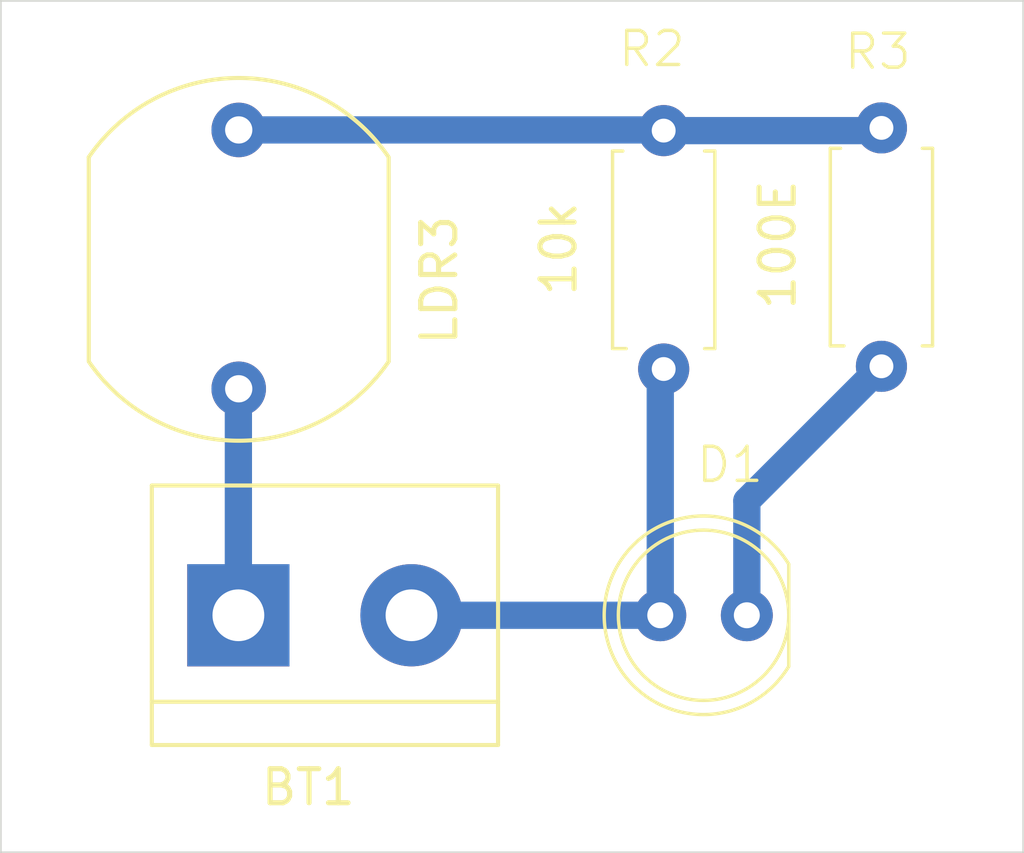
<source format=kicad_pcb>
(kicad_pcb (version 20240108) (generator "pcbnew") (generator_version "8.0")
  (layers (0 "F.Cu" signal) (31 "B.Cu" signal) (34 "B.Paste" user) (35 "F.Paste" user) (36 "B.SilkS" user "B.Silkscreen") (37 "F.SilkS" user "F.Silkscreen") (38 "B.Mask" user) (39 "F.Mask" user) (44 "Edge.Cuts" user))
  (net 0 "")
  (net 1 "Net-(BT1--)")
  (net 2 "Net-(BT1-+)")
  (net 3 "Net-(D1-A)")
  (net 4 "Net-(LDR3-Pad2)")
  (footprint "Resistor_2:R_D1.6mm" (layer "F.Cu") (at 207.035 120.27 90)
    (property "Reference" "R2" (at 5.9 -0.345 0) (layer "F.SilkS") (effects (font (thickness 0.1))))
    (property "Value" "10k" (at 0.03 -3.085 90) (layer "F.SilkS"))
    (fp_line (start 2.9 -1.5) (end 2.9 -1.2) (stroke (width 0.1)) (layer "F.SilkS"))
    (fp_line (start -2.9 -1.5) (end 2.9 -1.5) (stroke (width 0.1)) (layer "F.SilkS"))
    (fp_line (start -2.9 -1.5) (end -2.9 -1.1) (stroke (width 0.1)) (layer "F.SilkS"))
    (fp_line (start 2.9 1.5) (end 2.9 1.2) (stroke (width 0.1)) (layer "F.SilkS"))
    (fp_line (start 2.9 1.5) (end -2.9 1.5) (stroke (width 0.1)) (layer "F.SilkS"))
    (fp_line (start -2.9 1.5) (end -2.9 1.2) (stroke (width 0.1)) (layer "F.SilkS"))
    (pad "1" thru_hole circle (at -3.5 0 90) (size 1.5 1.5) (drill 0.7) (layers "*.Cu" "*.Mask") (net 1 "Net-(BT1--)"))
    (pad "2" thru_hole circle (at 3.5 0 90) (size 1.5 1.5) (drill 0.7) (layers "*.Cu" "*.Mask") (net 4 "Net-(LDR3-Pad2)"))
  )
  (footprint "TerminalBlock:TerminalBlock_bornier-2_P5.08mm" (layer "F.Cu") (at 194.555 131)
    (property "Reference" "BT1" (at 2.05 5.05 0) (layer "F.SilkS"))
    (property "Value" "8v")
    (fp_line (start -2.54 -3.81) (end -2.54 3.81) (stroke (width 0.12)) (layer "F.SilkS"))
    (fp_line (start -2.54 3.81) (end 7.62 3.81) (stroke (width 0.12)) (layer "F.SilkS"))
    (fp_line (start 7.62 -3.81) (end -2.54 -3.81) (stroke (width 0.12)) (layer "F.SilkS"))
    (fp_line (start 7.62 2.54) (end -2.54 2.54) (stroke (width 0.12)) (layer "F.SilkS"))
    (fp_line (start 7.62 3.81) (end 7.62 -3.81) (stroke (width 0.12)) (layer "F.SilkS"))
    (pad "1" thru_hole rect (at 0 0) (size 3 3) (drill 1.52) (layers "*.Cu" "*.Mask") (net 2 "Net-(BT1-+)"))
    (pad "2" thru_hole circle (at 5.08 0) (size 3 3) (drill 1.52) (layers "*.Cu" "*.Mask") (net 1 "Net-(BT1--)"))
  )
  (footprint "Led_2:Led_D5.00mm" (layer "F.Cu") (at 208.205 131 180)
    (property "Reference" "D1" (at -0.775 4.42 0) (layer "F.SilkS") (effects (font (thickness 0.1))))
    (property "Value" "red")
    (fp_line (start -2.5 1.5) (end -2.5 -1.5) (stroke (width 0.1)) (layer "F.SilkS"))
    (fp_arc (start -2.499999 -1.5) (mid 2.915475 0) (end -2.499999 1.5) (stroke (width 0.1)) (layer "F.SilkS"))
    (fp_circle (center 0 0) (end -2.5 0) (stroke (width 0.1)) (fill none) (layer "F.SilkS"))
    (pad "1" thru_hole circle (at -1.27 0 180) (size 1.524 1.524) (drill 0.762) (layers "*.Cu" "*.Mask") (net 3 "Net-(D1-A)"))
    (pad "2" thru_hole circle (at 1.27 0 180) (size 1.524 1.524) (drill 0.762) (layers "*.Cu" "*.Mask") (net 1 "Net-(BT1--)"))
  )
  (footprint "OptoDevice:R_LDR_10x8.5mm_P7.6mm_Vertical" (layer "F.Cu") (at 194.565 124.35 90)
    (property "Reference" "LDR3" (at 3.19 5.885 90) (layer "F.SilkS"))
    (property "Value" "10k")
    (fp_line (start 0.8 -4.4) (end 6.8 -4.4) (stroke (width 0.12)) (layer "F.SilkS"))
    (fp_line (start 0.8 4.4) (end 6.8 4.4) (stroke (width 0.12)) (layer "F.SilkS"))
    (fp_arc (start 6.8 -4.4) (mid 9.125374 -0.019809) (end 6.83265 4.37756) (stroke (width 0.12)) (layer "F.SilkS"))
    (fp_arc (start 0.8 4.4) (mid -1.525374 0.019809) (end 0.76735 -4.37756) (stroke (width 0.12)) (layer "F.SilkS"))
    (pad "1" thru_hole circle (at 0 0 90) (size 1.6 1.6) (drill 0.8) (layers "*.Cu" "*.Mask") (net 2 "Net-(BT1-+)"))
    (pad "2" thru_hole circle (at 7.6 0 90) (size 1.6 1.6) (drill 0.8) (layers "*.Cu" "*.Mask") (net 4 "Net-(LDR3-Pad2)"))
  )
  (footprint "Resistor_2:R_D1.6mm" (layer "F.Cu") (at 213.425 120.19 90)
    (property "Reference" "R3" (at 5.74 -0.105 0) (layer "F.SilkS") (effects (font (thickness 0.1))))
    (property "Value" "100E" (at 0.07 -3.045 90) (layer "F.SilkS"))
    (fp_line (start 2.9 -1.5) (end 2.9 -1.2) (stroke (width 0.1)) (layer "F.SilkS"))
    (fp_line (start -2.9 -1.5) (end 2.9 -1.5) (stroke (width 0.1)) (layer "F.SilkS"))
    (fp_line (start -2.9 -1.5) (end -2.9 -1.1) (stroke (width 0.1)) (layer "F.SilkS"))
    (fp_line (start 2.9 1.5) (end 2.9 1.2) (stroke (width 0.1)) (layer "F.SilkS"))
    (fp_line (start 2.9 1.5) (end -2.9 1.5) (stroke (width 0.1)) (layer "F.SilkS"))
    (fp_line (start -2.9 1.5) (end -2.9 1.2) (stroke (width 0.1)) (layer "F.SilkS"))
    (pad "1" thru_hole circle (at -3.5 0 90) (size 1.5 1.5) (drill 0.7) (layers "*.Cu" "*.Mask") (net 3 "Net-(D1-A)"))
    (pad "2" thru_hole circle (at 3.5 0 90) (size 1.5 1.5) (drill 0.7) (layers "*.Cu" "*.Mask") (net 4 "Net-(LDR3-Pad2)"))
  )
  (gr_rect (start 187.585 112.96) (end 217.585 137.96) (stroke (width 0.05)) (fill none) (layer "Edge.Cuts"))
  (segment (start 199.635 131) (end 206.935 131) (width 0.8) (layer "B.Cu") (net 1))
  (segment (start 206.935 131) (end 206.935 123.87) (width 0.8) (layer "B.Cu") (net 1))
  (segment (start 206.935 123.87) (end 207.035 123.77) (width 0.8) (layer "B.Cu") (net 1))
  (segment (start 194.555 124.36) (end 194.565 124.35) (width 0.8) (layer "B.Cu") (net 2))
  (segment (start 194.555 131) (end 194.555 124.36) (width 0.8) (layer "B.Cu") (net 2))
  (segment (start 209.475 131) (end 209.475 127.64) (width 0.8) (layer "B.Cu") (net 3))
  (segment (start 209.475 127.64) (end 213.425 123.69) (width 0.8) (layer "B.Cu") (net 3))
  (segment (start 207.015 116.75) (end 207.035 116.77) (width 0.8) (layer "B.Cu") (net 4))
  (segment (start 207.035 116.77) (end 213.345 116.77) (width 0.8) (layer "B.Cu") (net 4))
  (segment (start 213.345 116.77) (end 213.425 116.69) (width 0.8) (layer "B.Cu") (net 4))
  (segment (start 194.565 116.75) (end 207.015 116.75) (width 0.8) (layer "B.Cu") (net 4))
)
</source>
